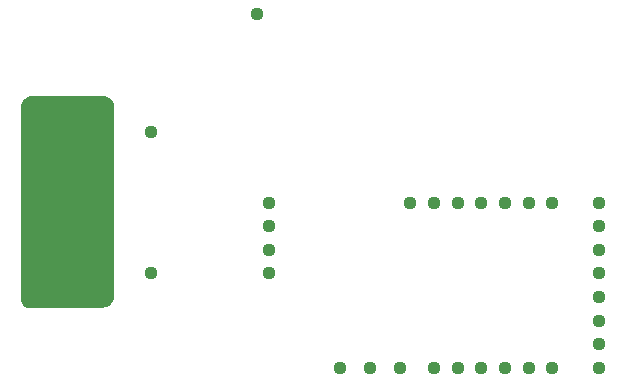
<source format=gbr>
%TF.GenerationSoftware,KiCad,Pcbnew,6.0.11+dfsg-1~bpo11+1*%
%TF.CreationDate,2024-03-27T18:48:50-04:00*%
%TF.ProjectId,WIP - Prototyping Module,57495020-2d20-4507-926f-746f74797069,0.0.0*%
%TF.SameCoordinates,Original*%
%TF.FileFunction,Soldermask,Bot*%
%TF.FilePolarity,Negative*%
%FSLAX46Y46*%
G04 Gerber Fmt 4.6, Leading zero omitted, Abs format (unit mm)*
G04 Created by KiCad (PCBNEW 6.0.11+dfsg-1~bpo11+1) date 2024-03-27 18:48:50*
%MOMM*%
%LPD*%
G01*
G04 APERTURE LIST*
G04 Aperture macros list*
%AMRoundRect*
0 Rectangle with rounded corners*
0 $1 Rounding radius*
0 $2 $3 $4 $5 $6 $7 $8 $9 X,Y pos of 4 corners*
0 Add a 4 corners polygon primitive as box body*
4,1,4,$2,$3,$4,$5,$6,$7,$8,$9,$2,$3,0*
0 Add four circle primitives for the rounded corners*
1,1,$1+$1,$2,$3*
1,1,$1+$1,$4,$5*
1,1,$1+$1,$6,$7*
1,1,$1+$1,$8,$9*
0 Add four rect primitives between the rounded corners*
20,1,$1+$1,$2,$3,$4,$5,0*
20,1,$1+$1,$4,$5,$6,$7,0*
20,1,$1+$1,$6,$7,$8,$9,0*
20,1,$1+$1,$8,$9,$2,$3,0*%
G04 Aperture macros list end*
%ADD10RoundRect,0.330000X-0.170000X-0.170000X0.170000X-0.170000X0.170000X0.170000X-0.170000X0.170000X0*%
%ADD11RoundRect,0.330000X0.170000X-0.170000X0.170000X0.170000X-0.170000X0.170000X-0.170000X-0.170000X0*%
G04 APERTURE END LIST*
D10*
%TO.C,TPc1*%
X87000000Y-114000000D03*
%TD*%
%TO.C,TP3*%
X71000000Y-106000000D03*
%TD*%
%TO.C,TP1*%
X61000000Y-94000000D03*
%TD*%
D11*
%TO.C,TPc4*%
X93000000Y-114000000D03*
%TD*%
D10*
%TO.C,TPb4*%
X99000000Y-108000000D03*
%TD*%
D11*
%TO.C,TPa2*%
X85000000Y-100000000D03*
%TD*%
%TO.C,TPc5*%
X95000000Y-114000000D03*
%TD*%
%TO.C,TPa4*%
X89000000Y-100000000D03*
%TD*%
%TO.C,TP9*%
X77000000Y-114000000D03*
%TD*%
D10*
%TO.C,TPb1*%
X99000000Y-102000000D03*
%TD*%
D11*
%TO.C,TPc2*%
X89000000Y-114000000D03*
%TD*%
%TO.C,TPa7*%
X95000000Y-100000000D03*
%TD*%
D10*
%TO.C,TPc0*%
X85000000Y-114000000D03*
%TD*%
%TO.C,TP2*%
X70000000Y-84074000D03*
%TD*%
%TO.C,TPb5*%
X99000000Y-110000000D03*
%TD*%
%TO.C,TP7*%
X61000000Y-106000000D03*
%TD*%
D11*
%TO.C,TPa0*%
X82080000Y-114000000D03*
%TD*%
%TO.C,TPa6*%
X93000000Y-100000000D03*
%TD*%
%TO.C,TPa1*%
X83000000Y-100000000D03*
%TD*%
D10*
%TO.C,TPb2*%
X99000000Y-104000000D03*
%TD*%
%TO.C,TP6*%
X71000000Y-104000000D03*
%TD*%
D11*
%TO.C,TP8*%
X79540000Y-114000000D03*
%TD*%
%TO.C,TPa5*%
X91000000Y-100000000D03*
%TD*%
D10*
%TO.C,TPb7*%
X99000000Y-114000000D03*
%TD*%
%TO.C,TPb0*%
X99000000Y-100000000D03*
%TD*%
%TO.C,TPb3*%
X99000000Y-106000000D03*
%TD*%
D11*
%TO.C,TPc3*%
X91000000Y-114000000D03*
%TD*%
%TO.C,TPa3*%
X87000000Y-100000000D03*
%TD*%
D10*
%TO.C,TP4*%
X71000000Y-100000000D03*
%TD*%
%TO.C,TP5*%
X71000000Y-102000000D03*
%TD*%
%TO.C,TPb6*%
X99000000Y-112000000D03*
%TD*%
G36*
X56944163Y-90960607D02*
G01*
X57120737Y-90977998D01*
X57144963Y-90982816D01*
X57308809Y-91032518D01*
X57331629Y-91041971D01*
X57482628Y-91122681D01*
X57503166Y-91136404D01*
X57635515Y-91245020D01*
X57652980Y-91262485D01*
X57761596Y-91394834D01*
X57775319Y-91415372D01*
X57856029Y-91566371D01*
X57865482Y-91589191D01*
X57915184Y-91753037D01*
X57920002Y-91777263D01*
X57937393Y-91953837D01*
X57938000Y-91966187D01*
X57938000Y-107885813D01*
X57937393Y-107898163D01*
X57920002Y-108074737D01*
X57915184Y-108098963D01*
X57865482Y-108262809D01*
X57856029Y-108285629D01*
X57775319Y-108436628D01*
X57761596Y-108457166D01*
X57652980Y-108589515D01*
X57635515Y-108606980D01*
X57503166Y-108715596D01*
X57482628Y-108729319D01*
X57331629Y-108810029D01*
X57308809Y-108819482D01*
X57144963Y-108869184D01*
X57120737Y-108874002D01*
X56944163Y-108891393D01*
X56931813Y-108892000D01*
X50515629Y-108892000D01*
X50450833Y-108874062D01*
X50450311Y-108873749D01*
X50440048Y-108866890D01*
X50430088Y-108859503D01*
X50425214Y-108855700D01*
X50371050Y-108811249D01*
X50366366Y-108807208D01*
X50300884Y-108747858D01*
X50292142Y-108739116D01*
X50234868Y-108675925D01*
X50227022Y-108666365D01*
X50176223Y-108597869D01*
X50169354Y-108587589D01*
X50125508Y-108514437D01*
X50119679Y-108503531D01*
X50083213Y-108426429D01*
X50078482Y-108415006D01*
X50049756Y-108334723D01*
X50046166Y-108322890D01*
X50025442Y-108240153D01*
X50023030Y-108228027D01*
X50010062Y-108140609D01*
X50009305Y-108134471D01*
X50004968Y-108090440D01*
X50004702Y-108087357D01*
X50001432Y-108043019D01*
X50001129Y-108036844D01*
X50000038Y-107992419D01*
X50000000Y-107989326D01*
X50000000Y-92010674D01*
X50000038Y-92007581D01*
X50001129Y-91963156D01*
X50001432Y-91956981D01*
X50004702Y-91912643D01*
X50004968Y-91909560D01*
X50009305Y-91865529D01*
X50010062Y-91859392D01*
X50023029Y-91771976D01*
X50025441Y-91759849D01*
X50046164Y-91677117D01*
X50049753Y-91665284D01*
X50078482Y-91584991D01*
X50083214Y-91573567D01*
X50119679Y-91496468D01*
X50125508Y-91485563D01*
X50169354Y-91412411D01*
X50176223Y-91402131D01*
X50227018Y-91333641D01*
X50234862Y-91324083D01*
X50292140Y-91260885D01*
X50300885Y-91252140D01*
X50364076Y-91194867D01*
X50373635Y-91187022D01*
X50442131Y-91136223D01*
X50452411Y-91129354D01*
X50525563Y-91085508D01*
X50536469Y-91079679D01*
X50613565Y-91043216D01*
X50624988Y-91038485D01*
X50705285Y-91009754D01*
X50717118Y-91006164D01*
X50799849Y-90985441D01*
X50811976Y-90983029D01*
X50899392Y-90970062D01*
X50905529Y-90969305D01*
X50949560Y-90964968D01*
X50952643Y-90964702D01*
X50996981Y-90961432D01*
X51003156Y-90961129D01*
X51047581Y-90960038D01*
X51050674Y-90960000D01*
X56931813Y-90960000D01*
X56944163Y-90960607D01*
G37*
M02*

</source>
